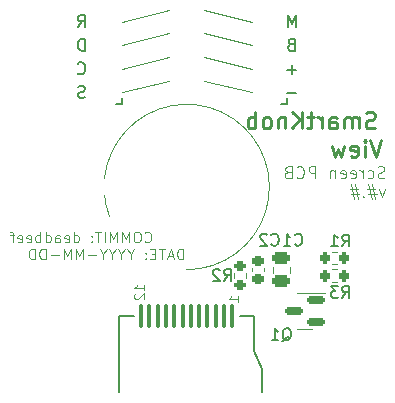
<source format=gbo>
G04 #@! TF.GenerationSoftware,KiCad,Pcbnew,8.0.7*
G04 #@! TF.CreationDate,2025-03-03T17:10:54+00:00*
G04 #@! TF.ProjectId,view_screen,76696577-5f73-4637-9265-656e2e6b6963,rev?*
G04 #@! TF.SameCoordinates,Original*
G04 #@! TF.FileFunction,Legend,Bot*
G04 #@! TF.FilePolarity,Positive*
%FSLAX46Y46*%
G04 Gerber Fmt 4.6, Leading zero omitted, Abs format (unit mm)*
G04 Created by KiCad (PCBNEW 8.0.7) date 2025-03-03 17:10:54*
%MOMM*%
%LPD*%
G01*
G04 APERTURE LIST*
G04 Aperture macros list*
%AMRoundRect*
0 Rectangle with rounded corners*
0 $1 Rounding radius*
0 $2 $3 $4 $5 $6 $7 $8 $9 X,Y pos of 4 corners*
0 Add a 4 corners polygon primitive as box body*
4,1,4,$2,$3,$4,$5,$6,$7,$8,$9,$2,$3,0*
0 Add four circle primitives for the rounded corners*
1,1,$1+$1,$2,$3*
1,1,$1+$1,$4,$5*
1,1,$1+$1,$6,$7*
1,1,$1+$1,$8,$9*
0 Add four rect primitives between the rounded corners*
20,1,$1+$1,$2,$3,$4,$5,0*
20,1,$1+$1,$4,$5,$6,$7,0*
20,1,$1+$1,$6,$7,$8,$9,0*
20,1,$1+$1,$8,$9,$2,$3,0*%
G04 Aperture macros list end*
%ADD10C,0.120000*%
%ADD11C,0.270000*%
%ADD12C,0.150000*%
%ADD13C,0.100000*%
%ADD14C,2.400000*%
%ADD15RoundRect,0.087500X0.087500X-0.912500X0.087500X0.912500X-0.087500X0.912500X-0.087500X-0.912500X0*%
%ADD16RoundRect,0.150000X0.587500X0.150000X-0.587500X0.150000X-0.587500X-0.150000X0.587500X-0.150000X0*%
%ADD17RoundRect,0.200000X0.200000X0.275000X-0.200000X0.275000X-0.200000X-0.275000X0.200000X-0.275000X0*%
%ADD18RoundRect,0.200000X-0.275000X0.200000X-0.275000X-0.200000X0.275000X-0.200000X0.275000X0.200000X0*%
%ADD19RoundRect,0.200000X-0.200000X-0.275000X0.200000X-0.275000X0.200000X0.275000X-0.200000X0.275000X0*%
%ADD20RoundRect,0.225000X-0.250000X0.225000X-0.250000X-0.225000X0.250000X-0.225000X0.250000X0.225000X0*%
%ADD21RoundRect,0.250000X-0.475000X0.250000X-0.475000X-0.250000X0.475000X-0.250000X0.475000X0.250000X0*%
%ADD22O,2.500000X1.250000*%
G04 APERTURE END LIST*
D10*
X93466581Y-102512854D02*
G75*
G02*
X100000000Y-107000000I6533419J2512854D01*
G01*
X98500000Y-85000000D02*
X94500000Y-86000000D01*
X98500000Y-91000000D02*
X94500000Y-92000000D01*
X101500000Y-85000000D02*
X105500000Y-86000000D01*
X101500000Y-91000000D02*
X105500000Y-92000000D01*
X101500000Y-89000000D02*
X105500000Y-90000000D01*
X101500000Y-87000000D02*
X105500000Y-88000000D01*
X98500000Y-87000000D02*
X94500000Y-88000000D01*
X98500000Y-89000000D02*
X94500000Y-90000000D01*
X96449625Y-104599927D02*
X96492482Y-104642785D01*
X96492482Y-104642785D02*
X96621054Y-104685642D01*
X96621054Y-104685642D02*
X96706768Y-104685642D01*
X96706768Y-104685642D02*
X96835339Y-104642785D01*
X96835339Y-104642785D02*
X96921054Y-104557070D01*
X96921054Y-104557070D02*
X96963911Y-104471356D01*
X96963911Y-104471356D02*
X97006768Y-104299927D01*
X97006768Y-104299927D02*
X97006768Y-104171356D01*
X97006768Y-104171356D02*
X96963911Y-103999927D01*
X96963911Y-103999927D02*
X96921054Y-103914213D01*
X96921054Y-103914213D02*
X96835339Y-103828499D01*
X96835339Y-103828499D02*
X96706768Y-103785642D01*
X96706768Y-103785642D02*
X96621054Y-103785642D01*
X96621054Y-103785642D02*
X96492482Y-103828499D01*
X96492482Y-103828499D02*
X96449625Y-103871356D01*
X95892482Y-103785642D02*
X95721054Y-103785642D01*
X95721054Y-103785642D02*
X95635339Y-103828499D01*
X95635339Y-103828499D02*
X95549625Y-103914213D01*
X95549625Y-103914213D02*
X95506768Y-104085642D01*
X95506768Y-104085642D02*
X95506768Y-104385642D01*
X95506768Y-104385642D02*
X95549625Y-104557070D01*
X95549625Y-104557070D02*
X95635339Y-104642785D01*
X95635339Y-104642785D02*
X95721054Y-104685642D01*
X95721054Y-104685642D02*
X95892482Y-104685642D01*
X95892482Y-104685642D02*
X95978197Y-104642785D01*
X95978197Y-104642785D02*
X96063911Y-104557070D01*
X96063911Y-104557070D02*
X96106768Y-104385642D01*
X96106768Y-104385642D02*
X96106768Y-104085642D01*
X96106768Y-104085642D02*
X96063911Y-103914213D01*
X96063911Y-103914213D02*
X95978197Y-103828499D01*
X95978197Y-103828499D02*
X95892482Y-103785642D01*
X95121054Y-104685642D02*
X95121054Y-103785642D01*
X95121054Y-103785642D02*
X94821054Y-104428499D01*
X94821054Y-104428499D02*
X94521054Y-103785642D01*
X94521054Y-103785642D02*
X94521054Y-104685642D01*
X94092483Y-104685642D02*
X94092483Y-103785642D01*
X94092483Y-103785642D02*
X93792483Y-104428499D01*
X93792483Y-104428499D02*
X93492483Y-103785642D01*
X93492483Y-103785642D02*
X93492483Y-104685642D01*
X93063912Y-104685642D02*
X93063912Y-103785642D01*
X92763912Y-103785642D02*
X92249627Y-103785642D01*
X92506769Y-104685642D02*
X92506769Y-103785642D01*
X91949627Y-104599927D02*
X91906770Y-104642785D01*
X91906770Y-104642785D02*
X91949627Y-104685642D01*
X91949627Y-104685642D02*
X91992484Y-104642785D01*
X91992484Y-104642785D02*
X91949627Y-104599927D01*
X91949627Y-104599927D02*
X91949627Y-104685642D01*
X91949627Y-104128499D02*
X91906770Y-104171356D01*
X91906770Y-104171356D02*
X91949627Y-104214213D01*
X91949627Y-104214213D02*
X91992484Y-104171356D01*
X91992484Y-104171356D02*
X91949627Y-104128499D01*
X91949627Y-104128499D02*
X91949627Y-104214213D01*
X90449628Y-104685642D02*
X90449628Y-103785642D01*
X90449628Y-104642785D02*
X90535342Y-104685642D01*
X90535342Y-104685642D02*
X90706770Y-104685642D01*
X90706770Y-104685642D02*
X90792485Y-104642785D01*
X90792485Y-104642785D02*
X90835342Y-104599927D01*
X90835342Y-104599927D02*
X90878199Y-104514213D01*
X90878199Y-104514213D02*
X90878199Y-104257070D01*
X90878199Y-104257070D02*
X90835342Y-104171356D01*
X90835342Y-104171356D02*
X90792485Y-104128499D01*
X90792485Y-104128499D02*
X90706770Y-104085642D01*
X90706770Y-104085642D02*
X90535342Y-104085642D01*
X90535342Y-104085642D02*
X90449628Y-104128499D01*
X89678199Y-104642785D02*
X89763913Y-104685642D01*
X89763913Y-104685642D02*
X89935342Y-104685642D01*
X89935342Y-104685642D02*
X90021056Y-104642785D01*
X90021056Y-104642785D02*
X90063913Y-104557070D01*
X90063913Y-104557070D02*
X90063913Y-104214213D01*
X90063913Y-104214213D02*
X90021056Y-104128499D01*
X90021056Y-104128499D02*
X89935342Y-104085642D01*
X89935342Y-104085642D02*
X89763913Y-104085642D01*
X89763913Y-104085642D02*
X89678199Y-104128499D01*
X89678199Y-104128499D02*
X89635342Y-104214213D01*
X89635342Y-104214213D02*
X89635342Y-104299927D01*
X89635342Y-104299927D02*
X90063913Y-104385642D01*
X88863913Y-104685642D02*
X88863913Y-104214213D01*
X88863913Y-104214213D02*
X88906770Y-104128499D01*
X88906770Y-104128499D02*
X88992484Y-104085642D01*
X88992484Y-104085642D02*
X89163913Y-104085642D01*
X89163913Y-104085642D02*
X89249627Y-104128499D01*
X88863913Y-104642785D02*
X88949627Y-104685642D01*
X88949627Y-104685642D02*
X89163913Y-104685642D01*
X89163913Y-104685642D02*
X89249627Y-104642785D01*
X89249627Y-104642785D02*
X89292484Y-104557070D01*
X89292484Y-104557070D02*
X89292484Y-104471356D01*
X89292484Y-104471356D02*
X89249627Y-104385642D01*
X89249627Y-104385642D02*
X89163913Y-104342785D01*
X89163913Y-104342785D02*
X88949627Y-104342785D01*
X88949627Y-104342785D02*
X88863913Y-104299927D01*
X88049627Y-104685642D02*
X88049627Y-103785642D01*
X88049627Y-104642785D02*
X88135341Y-104685642D01*
X88135341Y-104685642D02*
X88306769Y-104685642D01*
X88306769Y-104685642D02*
X88392484Y-104642785D01*
X88392484Y-104642785D02*
X88435341Y-104599927D01*
X88435341Y-104599927D02*
X88478198Y-104514213D01*
X88478198Y-104514213D02*
X88478198Y-104257070D01*
X88478198Y-104257070D02*
X88435341Y-104171356D01*
X88435341Y-104171356D02*
X88392484Y-104128499D01*
X88392484Y-104128499D02*
X88306769Y-104085642D01*
X88306769Y-104085642D02*
X88135341Y-104085642D01*
X88135341Y-104085642D02*
X88049627Y-104128499D01*
X87621055Y-104685642D02*
X87621055Y-103785642D01*
X87621055Y-104128499D02*
X87535341Y-104085642D01*
X87535341Y-104085642D02*
X87363912Y-104085642D01*
X87363912Y-104085642D02*
X87278198Y-104128499D01*
X87278198Y-104128499D02*
X87235341Y-104171356D01*
X87235341Y-104171356D02*
X87192483Y-104257070D01*
X87192483Y-104257070D02*
X87192483Y-104514213D01*
X87192483Y-104514213D02*
X87235341Y-104599927D01*
X87235341Y-104599927D02*
X87278198Y-104642785D01*
X87278198Y-104642785D02*
X87363912Y-104685642D01*
X87363912Y-104685642D02*
X87535341Y-104685642D01*
X87535341Y-104685642D02*
X87621055Y-104642785D01*
X86463912Y-104642785D02*
X86549626Y-104685642D01*
X86549626Y-104685642D02*
X86721055Y-104685642D01*
X86721055Y-104685642D02*
X86806769Y-104642785D01*
X86806769Y-104642785D02*
X86849626Y-104557070D01*
X86849626Y-104557070D02*
X86849626Y-104214213D01*
X86849626Y-104214213D02*
X86806769Y-104128499D01*
X86806769Y-104128499D02*
X86721055Y-104085642D01*
X86721055Y-104085642D02*
X86549626Y-104085642D01*
X86549626Y-104085642D02*
X86463912Y-104128499D01*
X86463912Y-104128499D02*
X86421055Y-104214213D01*
X86421055Y-104214213D02*
X86421055Y-104299927D01*
X86421055Y-104299927D02*
X86849626Y-104385642D01*
X85692483Y-104642785D02*
X85778197Y-104685642D01*
X85778197Y-104685642D02*
X85949626Y-104685642D01*
X85949626Y-104685642D02*
X86035340Y-104642785D01*
X86035340Y-104642785D02*
X86078197Y-104557070D01*
X86078197Y-104557070D02*
X86078197Y-104214213D01*
X86078197Y-104214213D02*
X86035340Y-104128499D01*
X86035340Y-104128499D02*
X85949626Y-104085642D01*
X85949626Y-104085642D02*
X85778197Y-104085642D01*
X85778197Y-104085642D02*
X85692483Y-104128499D01*
X85692483Y-104128499D02*
X85649626Y-104214213D01*
X85649626Y-104214213D02*
X85649626Y-104299927D01*
X85649626Y-104299927D02*
X86078197Y-104385642D01*
X85392482Y-104085642D02*
X85049625Y-104085642D01*
X85263911Y-104685642D02*
X85263911Y-103914213D01*
X85263911Y-103914213D02*
X85221054Y-103828499D01*
X85221054Y-103828499D02*
X85135339Y-103785642D01*
X85135339Y-103785642D02*
X85049625Y-103785642D01*
X99706767Y-106134592D02*
X99706767Y-105234592D01*
X99706767Y-105234592D02*
X99492481Y-105234592D01*
X99492481Y-105234592D02*
X99363910Y-105277449D01*
X99363910Y-105277449D02*
X99278195Y-105363163D01*
X99278195Y-105363163D02*
X99235338Y-105448877D01*
X99235338Y-105448877D02*
X99192481Y-105620306D01*
X99192481Y-105620306D02*
X99192481Y-105748877D01*
X99192481Y-105748877D02*
X99235338Y-105920306D01*
X99235338Y-105920306D02*
X99278195Y-106006020D01*
X99278195Y-106006020D02*
X99363910Y-106091735D01*
X99363910Y-106091735D02*
X99492481Y-106134592D01*
X99492481Y-106134592D02*
X99706767Y-106134592D01*
X98849624Y-105877449D02*
X98421053Y-105877449D01*
X98935338Y-106134592D02*
X98635338Y-105234592D01*
X98635338Y-105234592D02*
X98335338Y-106134592D01*
X98163909Y-105234592D02*
X97649624Y-105234592D01*
X97906766Y-106134592D02*
X97906766Y-105234592D01*
X97349624Y-105663163D02*
X97049624Y-105663163D01*
X96921052Y-106134592D02*
X97349624Y-106134592D01*
X97349624Y-106134592D02*
X97349624Y-105234592D01*
X97349624Y-105234592D02*
X96921052Y-105234592D01*
X96535338Y-106048877D02*
X96492481Y-106091735D01*
X96492481Y-106091735D02*
X96535338Y-106134592D01*
X96535338Y-106134592D02*
X96578195Y-106091735D01*
X96578195Y-106091735D02*
X96535338Y-106048877D01*
X96535338Y-106048877D02*
X96535338Y-106134592D01*
X96535338Y-105577449D02*
X96492481Y-105620306D01*
X96492481Y-105620306D02*
X96535338Y-105663163D01*
X96535338Y-105663163D02*
X96578195Y-105620306D01*
X96578195Y-105620306D02*
X96535338Y-105577449D01*
X96535338Y-105577449D02*
X96535338Y-105663163D01*
X95249624Y-105706020D02*
X95249624Y-106134592D01*
X95549624Y-105234592D02*
X95249624Y-105706020D01*
X95249624Y-105706020D02*
X94949624Y-105234592D01*
X94478195Y-105706020D02*
X94478195Y-106134592D01*
X94778195Y-105234592D02*
X94478195Y-105706020D01*
X94478195Y-105706020D02*
X94178195Y-105234592D01*
X93706766Y-105706020D02*
X93706766Y-106134592D01*
X94006766Y-105234592D02*
X93706766Y-105706020D01*
X93706766Y-105706020D02*
X93406766Y-105234592D01*
X92935337Y-105706020D02*
X92935337Y-106134592D01*
X93235337Y-105234592D02*
X92935337Y-105706020D01*
X92935337Y-105706020D02*
X92635337Y-105234592D01*
X92335337Y-105791735D02*
X91649623Y-105791735D01*
X91221051Y-106134592D02*
X91221051Y-105234592D01*
X91221051Y-105234592D02*
X90921051Y-105877449D01*
X90921051Y-105877449D02*
X90621051Y-105234592D01*
X90621051Y-105234592D02*
X90621051Y-106134592D01*
X90192480Y-106134592D02*
X90192480Y-105234592D01*
X90192480Y-105234592D02*
X89892480Y-105877449D01*
X89892480Y-105877449D02*
X89592480Y-105234592D01*
X89592480Y-105234592D02*
X89592480Y-106134592D01*
X89163909Y-105791735D02*
X88478195Y-105791735D01*
X88049623Y-106134592D02*
X88049623Y-105234592D01*
X88049623Y-105234592D02*
X87835337Y-105234592D01*
X87835337Y-105234592D02*
X87706766Y-105277449D01*
X87706766Y-105277449D02*
X87621051Y-105363163D01*
X87621051Y-105363163D02*
X87578194Y-105448877D01*
X87578194Y-105448877D02*
X87535337Y-105620306D01*
X87535337Y-105620306D02*
X87535337Y-105748877D01*
X87535337Y-105748877D02*
X87578194Y-105920306D01*
X87578194Y-105920306D02*
X87621051Y-106006020D01*
X87621051Y-106006020D02*
X87706766Y-106091735D01*
X87706766Y-106091735D02*
X87835337Y-106134592D01*
X87835337Y-106134592D02*
X88049623Y-106134592D01*
X87149623Y-106134592D02*
X87149623Y-105234592D01*
X87149623Y-105234592D02*
X86935337Y-105234592D01*
X86935337Y-105234592D02*
X86806766Y-105277449D01*
X86806766Y-105277449D02*
X86721051Y-105363163D01*
X86721051Y-105363163D02*
X86678194Y-105448877D01*
X86678194Y-105448877D02*
X86635337Y-105620306D01*
X86635337Y-105620306D02*
X86635337Y-105748877D01*
X86635337Y-105748877D02*
X86678194Y-105920306D01*
X86678194Y-105920306D02*
X86721051Y-106006020D01*
X86721051Y-106006020D02*
X86806766Y-106091735D01*
X86806766Y-106091735D02*
X86935337Y-106134592D01*
X86935337Y-106134592D02*
X87149623Y-106134592D01*
D11*
X115955702Y-94966960D02*
X115755702Y-95033626D01*
X115755702Y-95033626D02*
X115422369Y-95033626D01*
X115422369Y-95033626D02*
X115289035Y-94966960D01*
X115289035Y-94966960D02*
X115222369Y-94900293D01*
X115222369Y-94900293D02*
X115155702Y-94766960D01*
X115155702Y-94766960D02*
X115155702Y-94633626D01*
X115155702Y-94633626D02*
X115222369Y-94500293D01*
X115222369Y-94500293D02*
X115289035Y-94433626D01*
X115289035Y-94433626D02*
X115422369Y-94366960D01*
X115422369Y-94366960D02*
X115689035Y-94300293D01*
X115689035Y-94300293D02*
X115822369Y-94233626D01*
X115822369Y-94233626D02*
X115889035Y-94166960D01*
X115889035Y-94166960D02*
X115955702Y-94033626D01*
X115955702Y-94033626D02*
X115955702Y-93900293D01*
X115955702Y-93900293D02*
X115889035Y-93766960D01*
X115889035Y-93766960D02*
X115822369Y-93700293D01*
X115822369Y-93700293D02*
X115689035Y-93633626D01*
X115689035Y-93633626D02*
X115355702Y-93633626D01*
X115355702Y-93633626D02*
X115155702Y-93700293D01*
X114555702Y-95033626D02*
X114555702Y-94100293D01*
X114555702Y-94233626D02*
X114489036Y-94166960D01*
X114489036Y-94166960D02*
X114355702Y-94100293D01*
X114355702Y-94100293D02*
X114155702Y-94100293D01*
X114155702Y-94100293D02*
X114022369Y-94166960D01*
X114022369Y-94166960D02*
X113955702Y-94300293D01*
X113955702Y-94300293D02*
X113955702Y-95033626D01*
X113955702Y-94300293D02*
X113889036Y-94166960D01*
X113889036Y-94166960D02*
X113755702Y-94100293D01*
X113755702Y-94100293D02*
X113555702Y-94100293D01*
X113555702Y-94100293D02*
X113422369Y-94166960D01*
X113422369Y-94166960D02*
X113355702Y-94300293D01*
X113355702Y-94300293D02*
X113355702Y-95033626D01*
X112089035Y-95033626D02*
X112089035Y-94300293D01*
X112089035Y-94300293D02*
X112155702Y-94166960D01*
X112155702Y-94166960D02*
X112289035Y-94100293D01*
X112289035Y-94100293D02*
X112555702Y-94100293D01*
X112555702Y-94100293D02*
X112689035Y-94166960D01*
X112089035Y-94966960D02*
X112222369Y-95033626D01*
X112222369Y-95033626D02*
X112555702Y-95033626D01*
X112555702Y-95033626D02*
X112689035Y-94966960D01*
X112689035Y-94966960D02*
X112755702Y-94833626D01*
X112755702Y-94833626D02*
X112755702Y-94700293D01*
X112755702Y-94700293D02*
X112689035Y-94566960D01*
X112689035Y-94566960D02*
X112555702Y-94500293D01*
X112555702Y-94500293D02*
X112222369Y-94500293D01*
X112222369Y-94500293D02*
X112089035Y-94433626D01*
X111422368Y-95033626D02*
X111422368Y-94100293D01*
X111422368Y-94366960D02*
X111355702Y-94233626D01*
X111355702Y-94233626D02*
X111289035Y-94166960D01*
X111289035Y-94166960D02*
X111155702Y-94100293D01*
X111155702Y-94100293D02*
X111022368Y-94100293D01*
X110755701Y-94100293D02*
X110222368Y-94100293D01*
X110555701Y-93633626D02*
X110555701Y-94833626D01*
X110555701Y-94833626D02*
X110489035Y-94966960D01*
X110489035Y-94966960D02*
X110355701Y-95033626D01*
X110355701Y-95033626D02*
X110222368Y-95033626D01*
X109755701Y-95033626D02*
X109755701Y-93633626D01*
X108955701Y-95033626D02*
X109555701Y-94233626D01*
X108955701Y-93633626D02*
X109755701Y-94433626D01*
X108355701Y-94100293D02*
X108355701Y-95033626D01*
X108355701Y-94233626D02*
X108289035Y-94166960D01*
X108289035Y-94166960D02*
X108155701Y-94100293D01*
X108155701Y-94100293D02*
X107955701Y-94100293D01*
X107955701Y-94100293D02*
X107822368Y-94166960D01*
X107822368Y-94166960D02*
X107755701Y-94300293D01*
X107755701Y-94300293D02*
X107755701Y-95033626D01*
X106889034Y-95033626D02*
X107022368Y-94966960D01*
X107022368Y-94966960D02*
X107089034Y-94900293D01*
X107089034Y-94900293D02*
X107155701Y-94766960D01*
X107155701Y-94766960D02*
X107155701Y-94366960D01*
X107155701Y-94366960D02*
X107089034Y-94233626D01*
X107089034Y-94233626D02*
X107022368Y-94166960D01*
X107022368Y-94166960D02*
X106889034Y-94100293D01*
X106889034Y-94100293D02*
X106689034Y-94100293D01*
X106689034Y-94100293D02*
X106555701Y-94166960D01*
X106555701Y-94166960D02*
X106489034Y-94233626D01*
X106489034Y-94233626D02*
X106422368Y-94366960D01*
X106422368Y-94366960D02*
X106422368Y-94766960D01*
X106422368Y-94766960D02*
X106489034Y-94900293D01*
X106489034Y-94900293D02*
X106555701Y-94966960D01*
X106555701Y-94966960D02*
X106689034Y-95033626D01*
X106689034Y-95033626D02*
X106889034Y-95033626D01*
X105822367Y-95033626D02*
X105822367Y-93633626D01*
X105822367Y-94166960D02*
X105689034Y-94100293D01*
X105689034Y-94100293D02*
X105422367Y-94100293D01*
X105422367Y-94100293D02*
X105289034Y-94166960D01*
X105289034Y-94166960D02*
X105222367Y-94233626D01*
X105222367Y-94233626D02*
X105155701Y-94366960D01*
X105155701Y-94366960D02*
X105155701Y-94766960D01*
X105155701Y-94766960D02*
X105222367Y-94900293D01*
X105222367Y-94900293D02*
X105289034Y-94966960D01*
X105289034Y-94966960D02*
X105422367Y-95033626D01*
X105422367Y-95033626D02*
X105689034Y-95033626D01*
X105689034Y-95033626D02*
X105822367Y-94966960D01*
X116489035Y-96033626D02*
X116022369Y-97433626D01*
X116022369Y-97433626D02*
X115555702Y-96033626D01*
X115089035Y-97433626D02*
X115089035Y-96500293D01*
X115089035Y-96033626D02*
X115155702Y-96100293D01*
X115155702Y-96100293D02*
X115089035Y-96166960D01*
X115089035Y-96166960D02*
X115022369Y-96100293D01*
X115022369Y-96100293D02*
X115089035Y-96033626D01*
X115089035Y-96033626D02*
X115089035Y-96166960D01*
X113889035Y-97366960D02*
X114022368Y-97433626D01*
X114022368Y-97433626D02*
X114289035Y-97433626D01*
X114289035Y-97433626D02*
X114422368Y-97366960D01*
X114422368Y-97366960D02*
X114489035Y-97233626D01*
X114489035Y-97233626D02*
X114489035Y-96700293D01*
X114489035Y-96700293D02*
X114422368Y-96566960D01*
X114422368Y-96566960D02*
X114289035Y-96500293D01*
X114289035Y-96500293D02*
X114022368Y-96500293D01*
X114022368Y-96500293D02*
X113889035Y-96566960D01*
X113889035Y-96566960D02*
X113822368Y-96700293D01*
X113822368Y-96700293D02*
X113822368Y-96833626D01*
X113822368Y-96833626D02*
X114489035Y-96966960D01*
X113355702Y-96500293D02*
X113089035Y-97433626D01*
X113089035Y-97433626D02*
X112822368Y-96766960D01*
X112822368Y-96766960D02*
X112555702Y-97433626D01*
X112555702Y-97433626D02*
X112289035Y-96500293D01*
D12*
X90790476Y-86454819D02*
X91123809Y-85978628D01*
X91361904Y-86454819D02*
X91361904Y-85454819D01*
X91361904Y-85454819D02*
X90980952Y-85454819D01*
X90980952Y-85454819D02*
X90885714Y-85502438D01*
X90885714Y-85502438D02*
X90838095Y-85550057D01*
X90838095Y-85550057D02*
X90790476Y-85645295D01*
X90790476Y-85645295D02*
X90790476Y-85788152D01*
X90790476Y-85788152D02*
X90838095Y-85883390D01*
X90838095Y-85883390D02*
X90885714Y-85931009D01*
X90885714Y-85931009D02*
X90980952Y-85978628D01*
X90980952Y-85978628D02*
X91361904Y-85978628D01*
X109233332Y-86454819D02*
X109233332Y-85454819D01*
X109233332Y-85454819D02*
X108899999Y-86169104D01*
X108899999Y-86169104D02*
X108566666Y-85454819D01*
X108566666Y-85454819D02*
X108566666Y-86454819D01*
X91385713Y-92407200D02*
X91242856Y-92454819D01*
X91242856Y-92454819D02*
X91004761Y-92454819D01*
X91004761Y-92454819D02*
X90909523Y-92407200D01*
X90909523Y-92407200D02*
X90861904Y-92359580D01*
X90861904Y-92359580D02*
X90814285Y-92264342D01*
X90814285Y-92264342D02*
X90814285Y-92169104D01*
X90814285Y-92169104D02*
X90861904Y-92073866D01*
X90861904Y-92073866D02*
X90909523Y-92026247D01*
X90909523Y-92026247D02*
X91004761Y-91978628D01*
X91004761Y-91978628D02*
X91195237Y-91931009D01*
X91195237Y-91931009D02*
X91290475Y-91883390D01*
X91290475Y-91883390D02*
X91338094Y-91835771D01*
X91338094Y-91835771D02*
X91385713Y-91740533D01*
X91385713Y-91740533D02*
X91385713Y-91645295D01*
X91385713Y-91645295D02*
X91338094Y-91550057D01*
X91338094Y-91550057D02*
X91290475Y-91502438D01*
X91290475Y-91502438D02*
X91195237Y-91454819D01*
X91195237Y-91454819D02*
X90957142Y-91454819D01*
X90957142Y-91454819D02*
X90814285Y-91502438D01*
X109280951Y-92073866D02*
X108519047Y-92073866D01*
X91361904Y-88454819D02*
X91361904Y-87454819D01*
X91361904Y-87454819D02*
X91123809Y-87454819D01*
X91123809Y-87454819D02*
X90980952Y-87502438D01*
X90980952Y-87502438D02*
X90885714Y-87597676D01*
X90885714Y-87597676D02*
X90838095Y-87692914D01*
X90838095Y-87692914D02*
X90790476Y-87883390D01*
X90790476Y-87883390D02*
X90790476Y-88026247D01*
X90790476Y-88026247D02*
X90838095Y-88216723D01*
X90838095Y-88216723D02*
X90885714Y-88311961D01*
X90885714Y-88311961D02*
X90980952Y-88407200D01*
X90980952Y-88407200D02*
X91123809Y-88454819D01*
X91123809Y-88454819D02*
X91361904Y-88454819D01*
X109280951Y-90073866D02*
X108519047Y-90073866D01*
X108899999Y-90454819D02*
X108899999Y-89692914D01*
D13*
X116743734Y-99204828D02*
X116600877Y-99252447D01*
X116600877Y-99252447D02*
X116362782Y-99252447D01*
X116362782Y-99252447D02*
X116267544Y-99204828D01*
X116267544Y-99204828D02*
X116219925Y-99157208D01*
X116219925Y-99157208D02*
X116172306Y-99061970D01*
X116172306Y-99061970D02*
X116172306Y-98966732D01*
X116172306Y-98966732D02*
X116219925Y-98871494D01*
X116219925Y-98871494D02*
X116267544Y-98823875D01*
X116267544Y-98823875D02*
X116362782Y-98776256D01*
X116362782Y-98776256D02*
X116553258Y-98728637D01*
X116553258Y-98728637D02*
X116648496Y-98681018D01*
X116648496Y-98681018D02*
X116696115Y-98633399D01*
X116696115Y-98633399D02*
X116743734Y-98538161D01*
X116743734Y-98538161D02*
X116743734Y-98442923D01*
X116743734Y-98442923D02*
X116696115Y-98347685D01*
X116696115Y-98347685D02*
X116648496Y-98300066D01*
X116648496Y-98300066D02*
X116553258Y-98252447D01*
X116553258Y-98252447D02*
X116315163Y-98252447D01*
X116315163Y-98252447D02*
X116172306Y-98300066D01*
X115315163Y-99204828D02*
X115410401Y-99252447D01*
X115410401Y-99252447D02*
X115600877Y-99252447D01*
X115600877Y-99252447D02*
X115696115Y-99204828D01*
X115696115Y-99204828D02*
X115743734Y-99157208D01*
X115743734Y-99157208D02*
X115791353Y-99061970D01*
X115791353Y-99061970D02*
X115791353Y-98776256D01*
X115791353Y-98776256D02*
X115743734Y-98681018D01*
X115743734Y-98681018D02*
X115696115Y-98633399D01*
X115696115Y-98633399D02*
X115600877Y-98585780D01*
X115600877Y-98585780D02*
X115410401Y-98585780D01*
X115410401Y-98585780D02*
X115315163Y-98633399D01*
X114886591Y-99252447D02*
X114886591Y-98585780D01*
X114886591Y-98776256D02*
X114838972Y-98681018D01*
X114838972Y-98681018D02*
X114791353Y-98633399D01*
X114791353Y-98633399D02*
X114696115Y-98585780D01*
X114696115Y-98585780D02*
X114600877Y-98585780D01*
X113886591Y-99204828D02*
X113981829Y-99252447D01*
X113981829Y-99252447D02*
X114172305Y-99252447D01*
X114172305Y-99252447D02*
X114267543Y-99204828D01*
X114267543Y-99204828D02*
X114315162Y-99109589D01*
X114315162Y-99109589D02*
X114315162Y-98728637D01*
X114315162Y-98728637D02*
X114267543Y-98633399D01*
X114267543Y-98633399D02*
X114172305Y-98585780D01*
X114172305Y-98585780D02*
X113981829Y-98585780D01*
X113981829Y-98585780D02*
X113886591Y-98633399D01*
X113886591Y-98633399D02*
X113838972Y-98728637D01*
X113838972Y-98728637D02*
X113838972Y-98823875D01*
X113838972Y-98823875D02*
X114315162Y-98919113D01*
X113029448Y-99204828D02*
X113124686Y-99252447D01*
X113124686Y-99252447D02*
X113315162Y-99252447D01*
X113315162Y-99252447D02*
X113410400Y-99204828D01*
X113410400Y-99204828D02*
X113458019Y-99109589D01*
X113458019Y-99109589D02*
X113458019Y-98728637D01*
X113458019Y-98728637D02*
X113410400Y-98633399D01*
X113410400Y-98633399D02*
X113315162Y-98585780D01*
X113315162Y-98585780D02*
X113124686Y-98585780D01*
X113124686Y-98585780D02*
X113029448Y-98633399D01*
X113029448Y-98633399D02*
X112981829Y-98728637D01*
X112981829Y-98728637D02*
X112981829Y-98823875D01*
X112981829Y-98823875D02*
X113458019Y-98919113D01*
X112553257Y-98585780D02*
X112553257Y-99252447D01*
X112553257Y-98681018D02*
X112505638Y-98633399D01*
X112505638Y-98633399D02*
X112410400Y-98585780D01*
X112410400Y-98585780D02*
X112267543Y-98585780D01*
X112267543Y-98585780D02*
X112172305Y-98633399D01*
X112172305Y-98633399D02*
X112124686Y-98728637D01*
X112124686Y-98728637D02*
X112124686Y-99252447D01*
X110886590Y-99252447D02*
X110886590Y-98252447D01*
X110886590Y-98252447D02*
X110505638Y-98252447D01*
X110505638Y-98252447D02*
X110410400Y-98300066D01*
X110410400Y-98300066D02*
X110362781Y-98347685D01*
X110362781Y-98347685D02*
X110315162Y-98442923D01*
X110315162Y-98442923D02*
X110315162Y-98585780D01*
X110315162Y-98585780D02*
X110362781Y-98681018D01*
X110362781Y-98681018D02*
X110410400Y-98728637D01*
X110410400Y-98728637D02*
X110505638Y-98776256D01*
X110505638Y-98776256D02*
X110886590Y-98776256D01*
X109315162Y-99157208D02*
X109362781Y-99204828D01*
X109362781Y-99204828D02*
X109505638Y-99252447D01*
X109505638Y-99252447D02*
X109600876Y-99252447D01*
X109600876Y-99252447D02*
X109743733Y-99204828D01*
X109743733Y-99204828D02*
X109838971Y-99109589D01*
X109838971Y-99109589D02*
X109886590Y-99014351D01*
X109886590Y-99014351D02*
X109934209Y-98823875D01*
X109934209Y-98823875D02*
X109934209Y-98681018D01*
X109934209Y-98681018D02*
X109886590Y-98490542D01*
X109886590Y-98490542D02*
X109838971Y-98395304D01*
X109838971Y-98395304D02*
X109743733Y-98300066D01*
X109743733Y-98300066D02*
X109600876Y-98252447D01*
X109600876Y-98252447D02*
X109505638Y-98252447D01*
X109505638Y-98252447D02*
X109362781Y-98300066D01*
X109362781Y-98300066D02*
X109315162Y-98347685D01*
X108553257Y-98728637D02*
X108410400Y-98776256D01*
X108410400Y-98776256D02*
X108362781Y-98823875D01*
X108362781Y-98823875D02*
X108315162Y-98919113D01*
X108315162Y-98919113D02*
X108315162Y-99061970D01*
X108315162Y-99061970D02*
X108362781Y-99157208D01*
X108362781Y-99157208D02*
X108410400Y-99204828D01*
X108410400Y-99204828D02*
X108505638Y-99252447D01*
X108505638Y-99252447D02*
X108886590Y-99252447D01*
X108886590Y-99252447D02*
X108886590Y-98252447D01*
X108886590Y-98252447D02*
X108553257Y-98252447D01*
X108553257Y-98252447D02*
X108458019Y-98300066D01*
X108458019Y-98300066D02*
X108410400Y-98347685D01*
X108410400Y-98347685D02*
X108362781Y-98442923D01*
X108362781Y-98442923D02*
X108362781Y-98538161D01*
X108362781Y-98538161D02*
X108410400Y-98633399D01*
X108410400Y-98633399D02*
X108458019Y-98681018D01*
X108458019Y-98681018D02*
X108553257Y-98728637D01*
X108553257Y-98728637D02*
X108886590Y-98728637D01*
X116791353Y-100195724D02*
X116553258Y-100862391D01*
X116553258Y-100862391D02*
X116315163Y-100195724D01*
X115981829Y-100195724D02*
X115267544Y-100195724D01*
X115696115Y-99767152D02*
X115981829Y-101052867D01*
X115362782Y-100624295D02*
X116077067Y-100624295D01*
X115648496Y-101052867D02*
X115362782Y-99767152D01*
X114934210Y-100767152D02*
X114886591Y-100814772D01*
X114886591Y-100814772D02*
X114934210Y-100862391D01*
X114934210Y-100862391D02*
X114981829Y-100814772D01*
X114981829Y-100814772D02*
X114934210Y-100767152D01*
X114934210Y-100767152D02*
X114934210Y-100862391D01*
X114505639Y-100195724D02*
X113791354Y-100195724D01*
X114219925Y-99767152D02*
X114505639Y-101052867D01*
X113886592Y-100624295D02*
X114600877Y-100624295D01*
X114172306Y-101052867D02*
X113886592Y-99767152D01*
D12*
X90790476Y-90359580D02*
X90838095Y-90407200D01*
X90838095Y-90407200D02*
X90980952Y-90454819D01*
X90980952Y-90454819D02*
X91076190Y-90454819D01*
X91076190Y-90454819D02*
X91219047Y-90407200D01*
X91219047Y-90407200D02*
X91314285Y-90311961D01*
X91314285Y-90311961D02*
X91361904Y-90216723D01*
X91361904Y-90216723D02*
X91409523Y-90026247D01*
X91409523Y-90026247D02*
X91409523Y-89883390D01*
X91409523Y-89883390D02*
X91361904Y-89692914D01*
X91361904Y-89692914D02*
X91314285Y-89597676D01*
X91314285Y-89597676D02*
X91219047Y-89502438D01*
X91219047Y-89502438D02*
X91076190Y-89454819D01*
X91076190Y-89454819D02*
X90980952Y-89454819D01*
X90980952Y-89454819D02*
X90838095Y-89502438D01*
X90838095Y-89502438D02*
X90790476Y-89550057D01*
X108828571Y-87931009D02*
X108685714Y-87978628D01*
X108685714Y-87978628D02*
X108638095Y-88026247D01*
X108638095Y-88026247D02*
X108590476Y-88121485D01*
X108590476Y-88121485D02*
X108590476Y-88264342D01*
X108590476Y-88264342D02*
X108638095Y-88359580D01*
X108638095Y-88359580D02*
X108685714Y-88407200D01*
X108685714Y-88407200D02*
X108780952Y-88454819D01*
X108780952Y-88454819D02*
X109161904Y-88454819D01*
X109161904Y-88454819D02*
X109161904Y-87454819D01*
X109161904Y-87454819D02*
X108828571Y-87454819D01*
X108828571Y-87454819D02*
X108733333Y-87502438D01*
X108733333Y-87502438D02*
X108685714Y-87550057D01*
X108685714Y-87550057D02*
X108638095Y-87645295D01*
X108638095Y-87645295D02*
X108638095Y-87740533D01*
X108638095Y-87740533D02*
X108685714Y-87835771D01*
X108685714Y-87835771D02*
X108733333Y-87883390D01*
X108733333Y-87883390D02*
X108828571Y-87931009D01*
X108828571Y-87931009D02*
X109161904Y-87931009D01*
D10*
X96363855Y-108747618D02*
X96363855Y-108290475D01*
X96363855Y-108519047D02*
X95563855Y-108519047D01*
X95563855Y-108519047D02*
X95678140Y-108442856D01*
X95678140Y-108442856D02*
X95754331Y-108366666D01*
X95754331Y-108366666D02*
X95792426Y-108290475D01*
X95640045Y-109052380D02*
X95601950Y-109090476D01*
X95601950Y-109090476D02*
X95563855Y-109166666D01*
X95563855Y-109166666D02*
X95563855Y-109357142D01*
X95563855Y-109357142D02*
X95601950Y-109433333D01*
X95601950Y-109433333D02*
X95640045Y-109471428D01*
X95640045Y-109471428D02*
X95716236Y-109509523D01*
X95716236Y-109509523D02*
X95792426Y-109509523D01*
X95792426Y-109509523D02*
X95906712Y-109471428D01*
X95906712Y-109471428D02*
X96363855Y-109014285D01*
X96363855Y-109014285D02*
X96363855Y-109509523D01*
X104363855Y-109728571D02*
X104363855Y-109271428D01*
X104363855Y-109500000D02*
X103563855Y-109500000D01*
X103563855Y-109500000D02*
X103678140Y-109423809D01*
X103678140Y-109423809D02*
X103754331Y-109347619D01*
X103754331Y-109347619D02*
X103792426Y-109271428D01*
D12*
X108095238Y-113050057D02*
X108190476Y-113002438D01*
X108190476Y-113002438D02*
X108285714Y-112907200D01*
X108285714Y-112907200D02*
X108428571Y-112764342D01*
X108428571Y-112764342D02*
X108523809Y-112716723D01*
X108523809Y-112716723D02*
X108619047Y-112716723D01*
X108571428Y-112954819D02*
X108666666Y-112907200D01*
X108666666Y-112907200D02*
X108761904Y-112811961D01*
X108761904Y-112811961D02*
X108809523Y-112621485D01*
X108809523Y-112621485D02*
X108809523Y-112288152D01*
X108809523Y-112288152D02*
X108761904Y-112097676D01*
X108761904Y-112097676D02*
X108666666Y-112002438D01*
X108666666Y-112002438D02*
X108571428Y-111954819D01*
X108571428Y-111954819D02*
X108380952Y-111954819D01*
X108380952Y-111954819D02*
X108285714Y-112002438D01*
X108285714Y-112002438D02*
X108190476Y-112097676D01*
X108190476Y-112097676D02*
X108142857Y-112288152D01*
X108142857Y-112288152D02*
X108142857Y-112621485D01*
X108142857Y-112621485D02*
X108190476Y-112811961D01*
X108190476Y-112811961D02*
X108285714Y-112907200D01*
X108285714Y-112907200D02*
X108380952Y-112954819D01*
X108380952Y-112954819D02*
X108571428Y-112954819D01*
X107190476Y-112954819D02*
X107761904Y-112954819D01*
X107476190Y-112954819D02*
X107476190Y-111954819D01*
X107476190Y-111954819D02*
X107571428Y-112097676D01*
X107571428Y-112097676D02*
X107666666Y-112192914D01*
X107666666Y-112192914D02*
X107761904Y-112240533D01*
X113166666Y-105024819D02*
X113499999Y-104548628D01*
X113738094Y-105024819D02*
X113738094Y-104024819D01*
X113738094Y-104024819D02*
X113357142Y-104024819D01*
X113357142Y-104024819D02*
X113261904Y-104072438D01*
X113261904Y-104072438D02*
X113214285Y-104120057D01*
X113214285Y-104120057D02*
X113166666Y-104215295D01*
X113166666Y-104215295D02*
X113166666Y-104358152D01*
X113166666Y-104358152D02*
X113214285Y-104453390D01*
X113214285Y-104453390D02*
X113261904Y-104501009D01*
X113261904Y-104501009D02*
X113357142Y-104548628D01*
X113357142Y-104548628D02*
X113738094Y-104548628D01*
X112214285Y-105024819D02*
X112785713Y-105024819D01*
X112499999Y-105024819D02*
X112499999Y-104024819D01*
X112499999Y-104024819D02*
X112595237Y-104167676D01*
X112595237Y-104167676D02*
X112690475Y-104262914D01*
X112690475Y-104262914D02*
X112785713Y-104310533D01*
X103166666Y-107954819D02*
X103499999Y-107478628D01*
X103738094Y-107954819D02*
X103738094Y-106954819D01*
X103738094Y-106954819D02*
X103357142Y-106954819D01*
X103357142Y-106954819D02*
X103261904Y-107002438D01*
X103261904Y-107002438D02*
X103214285Y-107050057D01*
X103214285Y-107050057D02*
X103166666Y-107145295D01*
X103166666Y-107145295D02*
X103166666Y-107288152D01*
X103166666Y-107288152D02*
X103214285Y-107383390D01*
X103214285Y-107383390D02*
X103261904Y-107431009D01*
X103261904Y-107431009D02*
X103357142Y-107478628D01*
X103357142Y-107478628D02*
X103738094Y-107478628D01*
X102785713Y-107050057D02*
X102738094Y-107002438D01*
X102738094Y-107002438D02*
X102642856Y-106954819D01*
X102642856Y-106954819D02*
X102404761Y-106954819D01*
X102404761Y-106954819D02*
X102309523Y-107002438D01*
X102309523Y-107002438D02*
X102261904Y-107050057D01*
X102261904Y-107050057D02*
X102214285Y-107145295D01*
X102214285Y-107145295D02*
X102214285Y-107240533D01*
X102214285Y-107240533D02*
X102261904Y-107383390D01*
X102261904Y-107383390D02*
X102833332Y-107954819D01*
X102833332Y-107954819D02*
X102214285Y-107954819D01*
X113166666Y-109384819D02*
X113499999Y-108908628D01*
X113738094Y-109384819D02*
X113738094Y-108384819D01*
X113738094Y-108384819D02*
X113357142Y-108384819D01*
X113357142Y-108384819D02*
X113261904Y-108432438D01*
X113261904Y-108432438D02*
X113214285Y-108480057D01*
X113214285Y-108480057D02*
X113166666Y-108575295D01*
X113166666Y-108575295D02*
X113166666Y-108718152D01*
X113166666Y-108718152D02*
X113214285Y-108813390D01*
X113214285Y-108813390D02*
X113261904Y-108861009D01*
X113261904Y-108861009D02*
X113357142Y-108908628D01*
X113357142Y-108908628D02*
X113738094Y-108908628D01*
X112833332Y-108384819D02*
X112214285Y-108384819D01*
X112214285Y-108384819D02*
X112547618Y-108765771D01*
X112547618Y-108765771D02*
X112404761Y-108765771D01*
X112404761Y-108765771D02*
X112309523Y-108813390D01*
X112309523Y-108813390D02*
X112261904Y-108861009D01*
X112261904Y-108861009D02*
X112214285Y-108956247D01*
X112214285Y-108956247D02*
X112214285Y-109194342D01*
X112214285Y-109194342D02*
X112261904Y-109289580D01*
X112261904Y-109289580D02*
X112309523Y-109337200D01*
X112309523Y-109337200D02*
X112404761Y-109384819D01*
X112404761Y-109384819D02*
X112690475Y-109384819D01*
X112690475Y-109384819D02*
X112785713Y-109337200D01*
X112785713Y-109337200D02*
X112833332Y-109289580D01*
X107166666Y-104859580D02*
X107214285Y-104907200D01*
X107214285Y-104907200D02*
X107357142Y-104954819D01*
X107357142Y-104954819D02*
X107452380Y-104954819D01*
X107452380Y-104954819D02*
X107595237Y-104907200D01*
X107595237Y-104907200D02*
X107690475Y-104811961D01*
X107690475Y-104811961D02*
X107738094Y-104716723D01*
X107738094Y-104716723D02*
X107785713Y-104526247D01*
X107785713Y-104526247D02*
X107785713Y-104383390D01*
X107785713Y-104383390D02*
X107738094Y-104192914D01*
X107738094Y-104192914D02*
X107690475Y-104097676D01*
X107690475Y-104097676D02*
X107595237Y-104002438D01*
X107595237Y-104002438D02*
X107452380Y-103954819D01*
X107452380Y-103954819D02*
X107357142Y-103954819D01*
X107357142Y-103954819D02*
X107214285Y-104002438D01*
X107214285Y-104002438D02*
X107166666Y-104050057D01*
X106785713Y-104050057D02*
X106738094Y-104002438D01*
X106738094Y-104002438D02*
X106642856Y-103954819D01*
X106642856Y-103954819D02*
X106404761Y-103954819D01*
X106404761Y-103954819D02*
X106309523Y-104002438D01*
X106309523Y-104002438D02*
X106261904Y-104050057D01*
X106261904Y-104050057D02*
X106214285Y-104145295D01*
X106214285Y-104145295D02*
X106214285Y-104240533D01*
X106214285Y-104240533D02*
X106261904Y-104383390D01*
X106261904Y-104383390D02*
X106833332Y-104954819D01*
X106833332Y-104954819D02*
X106214285Y-104954819D01*
X109166666Y-104859580D02*
X109214285Y-104907200D01*
X109214285Y-104907200D02*
X109357142Y-104954819D01*
X109357142Y-104954819D02*
X109452380Y-104954819D01*
X109452380Y-104954819D02*
X109595237Y-104907200D01*
X109595237Y-104907200D02*
X109690475Y-104811961D01*
X109690475Y-104811961D02*
X109738094Y-104716723D01*
X109738094Y-104716723D02*
X109785713Y-104526247D01*
X109785713Y-104526247D02*
X109785713Y-104383390D01*
X109785713Y-104383390D02*
X109738094Y-104192914D01*
X109738094Y-104192914D02*
X109690475Y-104097676D01*
X109690475Y-104097676D02*
X109595237Y-104002438D01*
X109595237Y-104002438D02*
X109452380Y-103954819D01*
X109452380Y-103954819D02*
X109357142Y-103954819D01*
X109357142Y-103954819D02*
X109214285Y-104002438D01*
X109214285Y-104002438D02*
X109166666Y-104050057D01*
X108214285Y-104954819D02*
X108785713Y-104954819D01*
X108499999Y-104954819D02*
X108499999Y-103954819D01*
X108499999Y-103954819D02*
X108595237Y-104097676D01*
X108595237Y-104097676D02*
X108690475Y-104192914D01*
X108690475Y-104192914D02*
X108785713Y-104240533D01*
X106400000Y-117400000D02*
X106400000Y-115400000D01*
X94300000Y-110900000D02*
X94300000Y-117400000D01*
X106400000Y-115400000D02*
X105700000Y-113900000D01*
X94300000Y-110900000D02*
X95500000Y-110900000D01*
X105700000Y-110900000D02*
X105700000Y-113900000D01*
X105700000Y-110900000D02*
X104500000Y-110900000D01*
D10*
X110000000Y-112060000D02*
X110650000Y-112060000D01*
X110000000Y-112060000D02*
X109350000Y-112060000D01*
X110000000Y-108940000D02*
X111675000Y-108940000D01*
X110000000Y-108940000D02*
X109350000Y-108940000D01*
X112737258Y-106522500D02*
X112262742Y-106522500D01*
X112737258Y-105477500D02*
X112262742Y-105477500D01*
X105022500Y-107262742D02*
X105022500Y-107737258D01*
X103977500Y-107262742D02*
X103977500Y-107737258D01*
X112262742Y-108022500D02*
X112737258Y-108022500D01*
X112262742Y-106977500D02*
X112737258Y-106977500D01*
X106510000Y-106859420D02*
X106510000Y-107140580D01*
X105490000Y-106859420D02*
X105490000Y-107140580D01*
X108735000Y-106738748D02*
X108735000Y-107261252D01*
X107265000Y-106738748D02*
X107265000Y-107261252D01*
D12*
X94500000Y-92500000D02*
X94500000Y-93000000D01*
X94500000Y-93000000D02*
X94000000Y-93000000D01*
X108500000Y-92500000D02*
X108500000Y-93000000D01*
X108500000Y-93000000D02*
X108000000Y-93000000D01*
%LPC*%
D14*
X94000000Y-100000000D03*
D15*
X103850000Y-110900000D03*
X103150000Y-110900000D03*
X102450000Y-110900000D03*
X101750000Y-110900000D03*
X101050000Y-110900000D03*
X100350000Y-110900000D03*
X99650000Y-110900000D03*
X98950000Y-110900000D03*
X98250000Y-110900000D03*
X97550000Y-110900000D03*
X96850000Y-110900000D03*
X96150000Y-110900000D03*
D16*
X110937500Y-109550000D03*
X110937500Y-111450000D03*
X109062500Y-110500000D03*
D17*
X113325000Y-106000000D03*
X111675000Y-106000000D03*
D18*
X104500000Y-106675000D03*
X104500000Y-108325000D03*
D19*
X111675000Y-107500000D03*
X113325000Y-107500000D03*
D20*
X106000000Y-106225000D03*
X106000000Y-107775000D03*
D21*
X108000000Y-106050000D03*
X108000000Y-107950000D03*
D22*
X93000000Y-92000000D03*
X93000000Y-90000000D03*
X93000000Y-88000000D03*
X93000000Y-86000000D03*
X107000000Y-92000000D03*
X107000000Y-90000000D03*
X107000000Y-88000000D03*
X107000000Y-86000000D03*
%LPD*%
M02*

</source>
